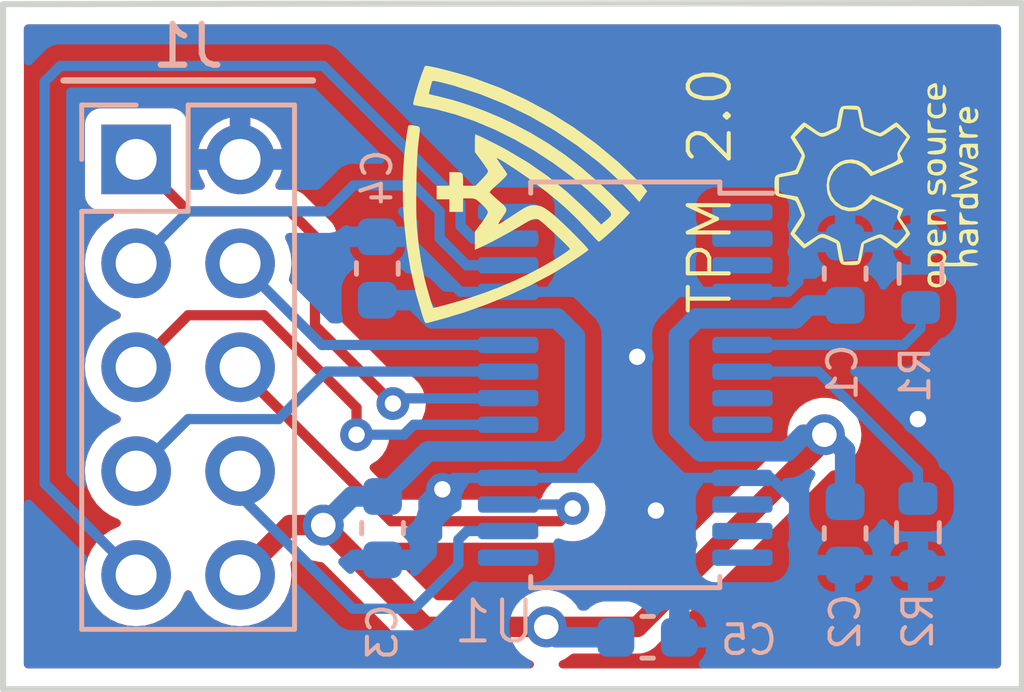
<source format=kicad_pcb>
(kicad_pcb (version 20221018) (generator pcbnew)
  (layers (0 "F.Cu" jumper) (31 "B.Cu" signal) (34 "B.Paste" user) (35 "F.Paste" user) (36 "B.SilkS" user "B.Silkscreen") (37 "F.SilkS" user "F.Silkscreen") (38 "B.Mask" user) (39 "F.Mask" user) (44 "Edge.Cuts" user))
  (net 0 "")
  (net 1 "+3V3")
  (net 2 "GND")
  (net 3 "LFRAME#")
  (net 4 "LAD2")
  (net 5 "LAD1")
  (net 6 "LAD0")
  (net 7 "RST#")
  (net 8 "LCLK")
  (net 9 "SERIRQ")
  (net 10 "Net-(U1-GPIO)")
  (net 11 "LAD3")
  (net 12 "Net-(U1-PP)")
  (footprint "LOGO" (layer "F.Cu") (at 132.08 95.885 90)
    (fp_text reference "G***" hide)
    (fp_text value "LOGO" hide)
  )
  (footprint "LOGO" (layer "F.Cu") (at 123.444 96.012 90)
    (fp_text reference "G***" hide)
    (fp_text value "LOGO" hide)
  )
  (footprint "Capacitor_SMD:C_0603_1608Metric" (layer "B.Cu") (at 126.492 106.934)
    (fp_text reference "C5" (at 2.4765 0.0635) (layer "B.SilkS") (effects (font (size 0.7 0.7) (thickness 0.1)) (justify mirror)))
    (fp_text value "1uF")
    (pad "1" smd roundrect (at -0.775 0) (size 0.9 0.95) (layers "B.Cu" "B.Paste" "B.Mask") (net 1 "+3V3"))
    (pad "2" smd roundrect (at 0.775 0) (size 0.9 0.95) (layers "B.Cu" "B.Paste" "B.Mask") (net 2 "GND"))
  )
  (footprint "Capacitor_SMD:C_0603_1608Metric" (layer "B.Cu") (at 131.318 98.044 90)
    (fp_text reference "C1" (at -2.413 -0.0635 90) (layer "B.SilkS") (effects (font (size 0.7 0.7) (thickness 0.1)) (justify mirror)))
    (fp_text value "100nF")
    (pad "1" smd roundrect (at -0.775 0 90) (size 0.9 0.95) (layers "B.Cu" "B.Paste" "B.Mask") (net 1 "+3V3"))
    (pad "2" smd roundrect (at 0.775 0 90) (size 0.9 0.95) (layers "B.Cu" "B.Paste" "B.Mask") (net 2 "GND"))
  )
  (footprint "Capacitor_SMD:C_0603_1608Metric" (layer "B.Cu") (at 119.888 97.917 90)
    (fp_text reference "C4" (at 2.2225 0 90) (layer "B.SilkS") (effects (font (size 0.7 0.7) (thickness 0.1)) (justify mirror)))
    (fp_text value "100nF")
    (pad "1" smd roundrect (at -0.775 0 90) (size 0.9 0.95) (layers "B.Cu" "B.Paste" "B.Mask") (net 1 "+3V3"))
    (pad "2" smd roundrect (at 0.775 0 90) (size 0.9 0.95) (layers "B.Cu" "B.Paste" "B.Mask") (net 2 "GND"))
  )
  (footprint "Capacitor_SMD:C_0603_1608Metric" (layer "B.Cu") (at 131.318 104.394 -90)
    (fp_text reference "C2" (at 2.159 0 270) (layer "B.SilkS") (effects (font (size 0.7 0.7) (thickness 0.1)) (justify mirror)))
    (fp_text value "100nF")
    (pad "1" smd roundrect (at -0.775 0 270) (size 0.9 0.95) (layers "B.Cu" "B.Paste" "B.Mask") (net 1 "+3V3"))
    (pad "2" smd roundrect (at 0.775 0 270) (size 0.9 0.95) (layers "B.Cu" "B.Paste" "B.Mask") (net 2 "GND"))
  )
  (footprint "Resistor_SMD:R_0603_1608Metric" (layer "B.Cu") (at 133.1595 98.044 -90)
    (fp_text reference "R1" (at 2.4765 0.127 270) (layer "B.SilkS") (effects (font (size 0.7 0.7) (thickness 0.1)) (justify mirror)))
    (fp_text value "10k")
    (pad "1" smd roundrect (at -0.825 0 270) (size 0.8 0.95) (layers "B.Cu" "B.Paste" "B.Mask") (net 2 "GND"))
    (pad "2" smd roundrect (at 0.825 0 270) (size 0.8 0.95) (layers "B.Cu" "B.Paste" "B.Mask") (net 10 "Net-(U1-GPIO)"))
  )
  (footprint "Capacitor_SMD:C_0603_1608Metric" (layer "B.Cu") (at 120.015 104.267 -90)
    (fp_text reference "C3" (at 2.54 0 270) (layer "B.SilkS") (effects (font (size 0.7 0.7) (thickness 0.1)) (justify mirror)))
    (fp_text value "100nF")
    (pad "1" smd roundrect (at -0.775 0 270) (size 0.9 0.95) (layers "B.Cu" "B.Paste" "B.Mask") (net 1 "+3V3"))
    (pad "2" smd roundrect (at 0.775 0 270) (size 0.9 0.95) (layers "B.Cu" "B.Paste" "B.Mask") (net 2 "GND"))
  )
  (footprint "Resistor_SMD:R_0603_1608Metric" (layer "B.Cu") (at 133.096 104.3686 90)
    (fp_text reference "R2" (at -2.167197 0 90) (layer "B.SilkS") (effects (font (size 0.7 0.7) (thickness 0.1)) (justify mirror)))
    (fp_text value "10k")
    (pad "1" smd roundrect (at -0.825 0 90) (size 0.8 0.95) (layers "B.Cu" "B.Paste" "B.Mask") (net 2 "GND"))
    (pad "2" smd roundrect (at 0.825 0 90) (size 0.8 0.95) (layers "B.Cu" "B.Paste" "B.Mask") (net 12 "Net-(U1-PP)"))
  )
  (footprint "Package_SO:TSSOP-28_4.4x9.7mm_P0.65mm" (layer "B.Cu") (at 125.9459 100.7618 180)
    (fp_text reference "U1" (at 3.2004 -5.7912 180) (layer "B.SilkS") (effects (font (thickness 0.1)) (justify mirror)))
    (fp_text value "SLB9665")
    (pad "1" smd roundrect (at -2.8625 4.225 180) (size 1.475 0.4) (layers "B.Cu" "B.Paste" "B.Mask"))
    (pad "2" smd roundrect (at -2.8625 3.575 180) (size 1.475 0.4) (layers "B.Cu" "B.Paste" "B.Mask"))
    (pad "3" smd roundrect (at -2.8625 2.925 180) (size 1.475 0.4) (layers "B.Cu" "B.Paste" "B.Mask"))
    (pad "4" smd roundrect (at -2.8625 2.275 180) (size 1.475 0.4) (layers "B.Cu" "B.Paste" "B.Mask") (net 2 "GND"))
    (pad "5" smd roundrect (at -2.8625 1.625 180) (size 1.475 0.4) (layers "B.Cu" "B.Paste" "B.Mask") (net 1 "+3V3"))
    (pad "6" smd roundrect (at -2.8625 0.975 180) (size 1.475 0.4) (layers "B.Cu" "B.Paste" "B.Mask") (net 10 "Net-(U1-GPIO)"))
    (pad "7" smd roundrect (at -2.8625 0.325 180) (size 1.475 0.4) (layers "B.Cu" "B.Paste" "B.Mask") (net 12 "Net-(U1-PP)"))
    (pad "8" smd roundrect (at -2.8625 -0.325 180) (size 1.475 0.4) (layers "B.Cu" "B.Paste" "B.Mask"))
    (pad "9" smd roundrect (at -2.8625 -0.975 180) (size 1.475 0.4) (layers "B.Cu" "B.Paste" "B.Mask"))
    (pad "10" smd roundrect (at -2.8625 -1.625 180) (size 1.475 0.4) (layers "B.Cu" "B.Paste" "B.Mask") (net 1 "+3V3"))
    (pad "11" smd roundrect (at -2.8625 -2.275 180) (size 1.475 0.4) (layers "B.Cu" "B.Paste" "B.Mask") (net 2 "GND"))
    (pad "12" smd roundrect (at -2.8625 -2.925 180) (size 1.475 0.4) (layers "B.Cu" "B.Paste" "B.Mask"))
    (pad "13" smd roundrect (at -2.8625 -3.575 180) (size 1.475 0.4) (layers "B.Cu" "B.Paste" "B.Mask"))
    (pad "14" smd roundrect (at -2.8625 -4.225 180) (size 1.475 0.4) (layers "B.Cu" "B.Paste" "B.Mask"))
    (pad "15" smd roundrect (at 2.8625 -4.225 180) (size 1.475 0.4) (layers "B.Cu" "B.Paste" "B.Mask"))
    (pad "16" smd roundrect (at 2.8625 -3.575 180) (size 1.475 0.4) (layers "B.Cu" "B.Paste" "B.Mask") (net 7 "RST#"))
    (pad "17" smd roundrect (at 2.8625 -2.925 180) (size 1.475 0.4) (layers "B.Cu" "B.Paste" "B.Mask") (net 11 "LAD3"))
    (pad "18" smd roundrect (at 2.8625 -2.275 180) (size 1.475 0.4) (layers "B.Cu" "B.Paste" "B.Mask") (net 2 "GND"))
    (pad "19" smd roundrect (at 2.8625 -1.625 180) (size 1.475 0.4) (layers "B.Cu" "B.Paste" "B.Mask") (net 1 "+3V3"))
    (pad "20" smd roundrect (at 2.8625 -0.975 180) (size 1.475 0.4) (layers "B.Cu" "B.Paste" "B.Mask") (net 4 "LAD2"))
    (pad "21" smd roundrect (at 2.8625 -0.325 180) (size 1.475 0.4) (layers "B.Cu" "B.Paste" "B.Mask") (net 8 "LCLK"))
    (pad "22" smd roundrect (at 2.8625 0.325 180) (size 1.475 0.4) (layers "B.Cu" "B.Paste" "B.Mask") (net 3 "LFRAME#"))
    (pad "23" smd roundrect (at 2.8625 0.975 180) (size 1.475 0.4) (layers "B.Cu" "B.Paste" "B.Mask") (net 5 "LAD1"))
    (pad "24" smd roundrect (at 2.8625 1.625 180) (size 1.475 0.4) (layers "B.Cu" "B.Paste" "B.Mask") (net 1 "+3V3"))
    (pad "25" smd roundrect (at 2.8625 2.275 180) (size 1.475 0.4) (layers "B.Cu" "B.Paste" "B.Mask") (net 2 "GND"))
    (pad "26" smd roundrect (at 2.8625 2.925 180) (size 1.475 0.4) (layers "B.Cu" "B.Paste" "B.Mask") (net 6 "LAD0"))
    (pad "27" smd roundrect (at 2.8625 3.575 180) (size 1.475 0.4) (layers "B.Cu" "B.Paste" "B.Mask") (net 9 "SERIRQ"))
    (pad "28" smd roundrect (at 2.8625 4.225 180) (size 1.475 0.4) (layers "B.Cu" "B.Paste" "B.Mask"))
  )
  (footprint "Connector_PinSocket_2.54mm:PinSocket_2x05_P2.54mm_Vertical" (layer "B.Cu") (at 113.9952 95.25 180)
    (fp_text reference "J1" (at -1.27 2.77) (layer "B.SilkS") (effects (justify mirror)))
    (fp_text value "Conn_02x05_Odd_Even" hide)
    (pad "1" thru_hole rect (at 0 0 180) (size 1.7 1.7) (drill 1) (layers "*.Cu" "*.Mask") (net 8 "LCLK"))
    (pad "2" thru_hole oval (at -2.54 0 180) (size 1.7 1.7) (drill 1) (layers "*.Cu" "*.Mask") (net 2 "GND"))
    (pad "3" thru_hole oval (at 0 -2.54 180) (size 1.7 1.7) (drill 1) (layers "*.Cu" "*.Mask") (net 6 "LAD0"))
    (pad "4" thru_hole oval (at -2.54 -2.54 180) (size 1.7 1.7) (drill 1) (layers "*.Cu" "*.Mask") (net 5 "LAD1"))
    (pad "5" thru_hole oval (at 0 -5.08 180) (size 1.7 1.7) (drill 1) (layers "*.Cu" "*.Mask") (net 4 "LAD2"))
    (pad "6" thru_hole oval (at -2.54 -5.08 180) (size 1.7 1.7) (drill 1) (layers "*.Cu" "*.Mask") (net 11 "LAD3"))
    (pad "7" thru_hole oval (at 0 -7.62 180) (size 1.7 1.7) (drill 1) (layers "*.Cu" "*.Mask") (net 3 "LFRAME#"))
    (pad "8" thru_hole oval (at -2.54 -7.62 180) (size 1.7 1.7) (drill 1) (layers "*.Cu" "*.Mask") (net 7 "RST#"))
    (pad "9" thru_hole oval (at 0 -10.16 180) (size 1.7 1.7) (drill 1) (layers "*.Cu" "*.Mask") (net 9 "SERIRQ"))
    (pad "10" thru_hole oval (at -2.54 -10.16 180) (size 1.7 1.7) (drill 1) (layers "*.Cu" "*.Mask") (net 1 "+3V3"))
  )
  (gr_line (start 112.2172 93.3196) (end 118.3132 93.3196) (stroke (width 0.15)) (layer "B.SilkS"))
  (gr_line (start 112.268 93.3196) (end 118.3132 93.3196) (stroke (width 0.15)) (layer "F.SilkS"))
  (gr_line (start 110.744 91.4527) (end 135.636 91.4273) (stroke (width 0.15)) (layer "Edge.Cuts"))
  (gr_line (start 135.636 108.204) (end 110.744 108.204) (stroke (width 0.15)) (layer "Edge.Cuts"))
  (gr_line (start 110.744 108.204) (end 110.744 91.4527) (stroke (width 0.15)) (layer "Edge.Cuts"))
  (gr_line (start 135.636 91.4273) (end 135.636 108.204) (stroke (width 0.15)) (layer "Edge.Cuts"))
  (gr_text "TPM 2.0" (at 128.016 96.012 90) (layer "F.SilkS") (effects (font (size 1 1) (thickness 0.1))))
  (segment (start 126.238 106.68) (end 124.0155 106.68) (width 0.5) (layer "F.Cu") (net 1))
  (segment (start 130.81 101.981) (end 130.81 102.108) (width 0.5) (layer "F.Cu") (net 1))
  (segment (start 130.81 102.108) (end 126.238 106.68) (width 0.5) (layer "F.Cu") (net 1))
  (segment (start 121.0564 106.68) (end 118.5672 104.1908) (width 0.5) (layer "F.Cu") (net 1))
  (segment (start 124.0155 106.68) (end 121.0564 106.68) (width 0.5) (layer "F.Cu") (net 1))
  (segment (start 117.7544 104.1908) (end 116.5352 105.41) (width 0.5) (layer "F.Cu") (net 1))
  (segment (start 118.5672 104.1908) (end 117.7544 104.1908) (width 0.5) (layer "F.Cu") (net 1))
  (via (at 118.5672 104.1908) (size 1) (drill 0.6) (layers "F.Cu" "B.Cu") (net 1))
  (via (at 124.0155 106.68) (size 1) (drill 0.6) (layers "F.Cu" "B.Cu") (net 1))
  (via (at 130.81 101.981) (size 1) (drill 0.6) (layers "F.Cu" "B.Cu") (net 1))
  (segment (start 120.015 103.492) (end 121.1202 102.3868) (width 0.5) (layer "B.Cu") (net 1))
  (segment (start 121.1202 102.3868) (end 123.0959 102.3868) (width 0.5) (layer "B.Cu") (net 1))
  (segment (start 131.318 98.819) (end 130.416 98.819) (width 0.5) (layer "B.Cu") (net 1))
  (segment (start 129.8962 102.3868) (end 128.8084 102.3868) (width 0.5) (layer "B.Cu") (net 1))
  (segment (start 120.79 98.692) (end 119.888 98.692) (width 0.5) (layer "B.Cu") (net 1))
  (segment (start 124.2828 99.1368) (end 121.2348 99.1368) (width 0.5) (layer "B.Cu") (net 1))
  (segment (start 127.254 99.568) (end 127.254 101.854) (width 0.5) (layer "B.Cu") (net 1))
  (segment (start 124.2695 106.934) (end 124.0155 106.68) (width 0.5) (layer "B.Cu") (net 1))
  (segment (start 130.416 98.819) (end 130.0982 99.1368) (width 0.5) (layer "B.Cu") (net 1))
  (segment (start 127.6852 99.1368) (end 127.254 99.568) (width 0.5) (layer "B.Cu") (net 1))
  (segment (start 121.2348 99.1368) (end 120.79 98.692) (width 0.5) (layer "B.Cu") (net 1))
  (segment (start 130.0982 99.1368) (end 128.8084 99.1368) (width 0.5) (layer "B.Cu") (net 1))
  (segment (start 131.318 102.362) (end 131.318 103.5936) (width 0.5) (layer "B.Cu") (net 1))
  (segment (start 130.81 101.981) (end 130.937 101.981) (width 0.5) (layer "B.Cu") (net 1))
  (segment (start 130.937 101.981) (end 131.318 102.362) (width 0.5) (layer "B.Cu") (net 1))
  (segment (start 124.3082 102.3868) (end 124.714 101.981) (width 0.5) (layer "B.Cu") (net 1))
  (segment (start 125.7045 106.934) (end 124.2695 106.934) (width 0.5) (layer "B.Cu") (net 1))
  (segment (start 124.714 101.981) (end 124.714 99.568) (width 0.5) (layer "B.Cu") (net 1))
  (segment (start 128.8084 99.1368) (end 127.6852 99.1368) (width 0.5) (layer "B.Cu") (net 1))
  (segment (start 130.81 101.981) (end 130.302 101.981) (width 0.5) (layer "B.Cu") (net 1))
  (segment (start 123.0959 102.3868) (end 124.3082 102.3868) (width 0.5) (layer "B.Cu") (net 1))
  (segment (start 119.266 103.492) (end 120.015 103.492) (width 0.5) (layer "B.Cu") (net 1))
  (segment (start 124.714 99.568) (end 124.2828 99.1368) (width 0.5) (layer "B.Cu") (net 1))
  (segment (start 118.5672 104.1908) (end 119.266 103.492) (width 0.5) (layer "B.Cu") (net 1))
  (segment (start 127.254 101.854) (end 127.7868 102.3868) (width 0.5) (layer "B.Cu") (net 1))
  (segment (start 130.302 101.981) (end 129.8962 102.3868) (width 0.5) (layer "B.Cu") (net 1))
  (segment (start 127.7868 102.3868) (end 128.8084 102.3868) (width 0.5) (layer "B.Cu") (net 1))
  (via (at 121.477257 103.316257) (size 0.8) (drill 0.4) (layers "F.Cu" "B.Cu") (net 2))
  (via (at 126.238 100.076) (size 0.8) (drill 0.4) (layers "F.Cu" "B.Cu") (net 2))
  (via (at 133.096 101.6) (size 0.8) (drill 0.4) (layers "F.Cu" "B.Cu") (net 2))
  (via (at 126.6952 103.8352) (size 0.8) (drill 0.4) (layers "F.Cu" "B.Cu") (net 2))
  (segment (start 130.302 103.839088) (end 129.499712 103.0368) (width 0.25) (layer "B.Cu") (net 2))
  (segment (start 119.888 97.142) (end 120.5735 97.142) (width 0.25) (layer "B.Cu") (net 2))
  (segment (start 130.175 98.234804) (end 130.175 97.676) (width 0.25) (layer "B.Cu") (net 2))
  (segment (start 130.302 104.902) (end 130.302 103.839088) (width 0.25) (layer "B.Cu") (net 2))
  (segment (start 121.9183 98.4868) (end 129.923004 98.4868) (width 0.25) (layer "B.Cu") (net 2))
  (segment (start 121.756714 103.0368) (end 128.8084 103.0368) (width 0.25) (layer "B.Cu") (net 2))
  (segment (start 120.5735 97.142) (end 121.9183 98.4868) (width 0.25) (layer "B.Cu") (net 2))
  (segment (start 130.5436 105.1436) (end 130.302 104.902) (width 0.25) (layer "B.Cu") (net 2))
  (segment (start 120.015 105.042) (end 120.764 105.042) (width 0.25) (layer "B.Cu") (net 2))
  (segment (start 120.764 105.042) (end 121.3485 104.4575) (width 0.25) (layer "B.Cu") (net 2))
  (segment (start 121.3485 104.4575) (end 121.3485 103.445014) (width 0.25) (layer "B.Cu") (net 2))
  (segment (start 130.175 97.676) (end 130.582 97.269) (width 0.25) (layer "B.Cu") (net 2))
  (segment (start 129.923004 98.4868) (end 130.175 98.234804) (width 0.25) (layer "B.Cu") (net 2))
  (segment (start 131.318 105.1436) (end 130.5436 105.1436) (width 0.25) (layer "B.Cu") (net 2))
  (segment (start 121.3485 103.445014) (end 121.756714 103.0368) (width 0.25) (layer "B.Cu") (net 2))
  (segment (start 130.582 97.269) (end 131.318 97.269) (width 0.25) (layer "B.Cu") (net 2))
  (segment (start 129.499712 103.0368) (end 128.8084 103.0368) (width 0.25) (layer "B.Cu") (net 2))
  (segment (start 115.2652 101.6) (end 113.9952 102.87) (width 0.25) (layer "B.Cu") (net 3))
  (segment (start 123.0834 100.4368) (end 118.6382 100.4368) (width 0.25) (layer "B.Cu") (net 3))
  (segment (start 117.475 101.6) (end 115.2652 101.6) (width 0.25) (layer "B.Cu") (net 3))
  (segment (start 122.9562 100.4368) (end 122.936 100.457) (width 0.25) (layer "B.Cu") (net 3))
  (segment (start 118.6382 100.4368) (end 117.475 101.6) (width 0.25) (layer "B.Cu") (net 3))
  (segment (start 115.2652 99.06) (end 113.9952 100.33) (width 0.25) (layer "F.Cu") (net 4))
  (segment (start 119.38 101.981) (end 119.38 101.320895) (width 0.25) (layer "F.Cu") (net 4))
  (segment (start 117.119105 99.06) (end 115.2652 99.06) (width 0.25) (layer "F.Cu") (net 4))
  (segment (start 119.38 101.320895) (end 117.119105 99.06) (width 0.25) (layer "F.Cu") (net 4))
  (via (at 119.38 101.981) (size 0.8) (drill 0.4) (layers "F.Cu" "B.Cu") (net 4))
  (segment (start 120.532305 101.981) (end 120.776505 101.7368) (width 0.25) (layer "B.Cu") (net 4))
  (segment (start 119.38 101.981) (end 120.532305 101.981) (width 0.25) (layer "B.Cu") (net 4))
  (segment (start 120.776505 101.7368) (end 123.0959 101.7368) (width 0.25) (layer "B.Cu") (net 4))
  (segment (start 116.84 97.79) (end 116.5352 97.79) (width 0.25) (layer "F.Cu") (net 5))
  (segment (start 118.532 99.7868) (end 123.0959 99.7868) (width 0.25) (layer "B.Cu") (net 5))
  (segment (start 116.5352 97.79) (end 118.532 99.7868) (width 0.25) (layer "B.Cu") (net 5))
  (segment (start 118.6688 96.52) (end 119.3038 95.885) (width 0.25) (layer "B.Cu") (net 6))
  (segment (start 121.412 97.1804) (end 122.0724 97.8408) (width 0.25) (layer "B.Cu") (net 6))
  (segment (start 121.412 96.52) (end 121.412 97.1804) (width 0.25) (layer "B.Cu") (net 6))
  (segment (start 113.9952 97.79) (end 115.2652 96.52) (width 0.25) (layer "B.Cu") (net 6))
  (segment (start 119.3038 95.885) (end 120.777 95.885) (width 0.25) (layer "B.Cu") (net 6))
  (segment (start 122.0724 97.8408) (end 122.0764 97.8368) (width 0.25) (layer "B.Cu") (net 6))
  (segment (start 122.0764 97.8368) (end 123.0959 97.8368) (width 0.25) (layer "B.Cu") (net 6))
  (segment (start 120.777 95.885) (end 121.412 96.52) (width 0.25) (layer "B.Cu") (net 6))
  (segment (start 123.0959 97.8368) (end 123.09245 97.84025) (width 0.25) (layer "B.Cu") (net 6))
  (segment (start 115.2652 96.52) (end 118.6688 96.52) (width 0.25) (layer "B.Cu") (net 6))
  (segment (start 122.0788 104.3368) (end 123.0959 104.3368) (width 0.25) (layer "B.Cu") (net 7))
  (segment (start 121.8692 104.5464) (end 122.0788 104.3368) (width 0.25) (layer "B.Cu") (net 7))
  (segment (start 120.7897 106.2355) (end 121.8692 105.156) (width 0.25) (layer "B.Cu") (net 7))
  (segment (start 119.2911 106.2355) (end 120.7897 106.2355) (width 0.25) (layer "B.Cu") (net 7))
  (segment (start 116.5352 103.4796) (end 119.2911 106.2355) (width 0.25) (layer "B.Cu") (net 7))
  (segment (start 121.8692 105.156) (end 121.8692 104.5464) (width 0.25) (layer "B.Cu") (net 7))
  (segment (start 116.5352 102.87) (end 116.5352 103.4796) (width 0.25) (layer "B.Cu") (net 7))
  (segment (start 115.2652 96.52) (end 113.9952 95.25) (width 0.25) (layer "F.Cu") (net 8))
  (segment (start 118.364 97.1296) (end 117.7544 96.52) (width 0.25) (layer "F.Cu") (net 8))
  (segment (start 120.269 101.219) (end 118.364 99.314) (width 0.25) (layer "F.Cu") (net 8))
  (segment (start 117.7544 96.52) (end 115.2652 96.52) (width 0.25) (layer "F.Cu") (net 8))
  (segment (start 118.364 99.314) (end 118.364 97.1296) (width 0.25) (layer "F.Cu") (net 8))
  (via (at 120.269 101.219) (size 0.8) (drill 0.4) (layers "F.Cu" "B.Cu") (net 8))
  (segment (start 120.396 101.092) (end 123.0907 101.092) (width 0.25) (layer "B.Cu") (net 8))
  (segment (start 120.269 101.219) (end 120.396 101.092) (width 0.25) (layer "B.Cu") (net 8))
  (segment (start 122.2312 97.1868) (end 123.0959 97.1868) (width 0.25) (layer "B.Cu") (net 9))
  (segment (start 121.92 96.3168) (end 121.92 96.8756) (width 0.25) (layer "B.Cu") (net 9))
  (segment (start 111.76 103.1748) (end 111.76 93.345) (width 0.25) (layer "B.Cu") (net 9))
  (segment (start 111.76 93.345) (end 112.141 92.964) (width 0.25) (layer "B.Cu") (net 9))
  (segment (start 112.141 92.964) (end 118.5672 92.964) (width 0.25) (layer "B.Cu") (net 9))
  (segment (start 118.5672 92.964) (end 121.92 96.3168) (width 0.25) (layer "B.Cu") (net 9))
  (segment (start 121.92 96.8756) (end 122.2312 97.1868) (width 0.25) (layer "B.Cu") (net 9))
  (segment (start 113.9952 105.41) (end 111.76 103.1748) (width 0.25) (layer "B.Cu") (net 9))
  (segment (start 128.7959 99.7868) (end 132.7502 99.7868) (width 0.25) (layer "B.Cu") (net 10))
  (segment (start 133.1595 99.3775) (end 133.1595 98.869) (width 0.25) (layer "B.Cu") (net 10))
  (segment (start 132.7502 99.7868) (end 133.1595 99.3775) (width 0.25) (layer "B.Cu") (net 10))
  (segment (start 124.3512 104.0964) (end 120.2254 104.0964) (width 0.25) (layer "F.Cu") (net 11))
  (segment (start 120.2254 104.0964) (end 116.5352 100.4062) (width 0.25) (layer "F.Cu") (net 11))
  (segment (start 124.6632 103.7844) (end 124.3512 104.0964) (width 0.25) (layer "F.Cu") (net 11))
  (segment (start 116.5352 100.4062) (end 116.5352 100.33) (width 0.25) (layer "F.Cu") (net 11))
  (via (at 124.6632 103.7844) (size 0.8) (drill 0.4) (layers "F.Cu" "B.Cu") (net 11))
  (segment (start 124.5656 103.6868) (end 123.0959 103.6868) (width 0.25) (layer "B.Cu") (net 11))
  (segment (start 124.6632 103.7844) (end 124.5656 103.6868) (width 0.25) (layer "B.Cu") (net 11))
  (segment (start 133.096 102.87) (end 133.096 103.5436) (width 0.25) (layer "B.Cu") (net 12))
  (segment (start 130.6628 100.4368) (end 133.096 102.87) (width 0.25) (layer "B.Cu") (net 12))
  (segment (start 128.7959 100.4368) (end 130.6628 100.4368) (width 0.25) (layer "B.Cu") (net 12))
  (zone (net 2) (net_name "GND") (layer "F.Cu") (priority 1) (connect_pads (clearance 0.4)) (min_thickness 0.2) (fill yes (thermal_gap 0.2) (thermal_bridge_width 0.5))
    (polygon (pts (xy 135.128 91.948) (xy 111.252 91.948) (xy 111.252 107.696) (xy 135.128 107.696)))
  )
  (zone (net 2) (net_name "GND") (layer "B.Cu") (connect_pads (clearance 0.4)) (min_thickness 0.22) (fill yes (thermal_gap 0.2) (thermal_bridge_width 0.5))
    (polygon (pts (xy 111.252 91.948) (xy 135.128 91.948) (xy 135.128 107.696) (xy 111.252 107.696)))
  )
)
</source>
